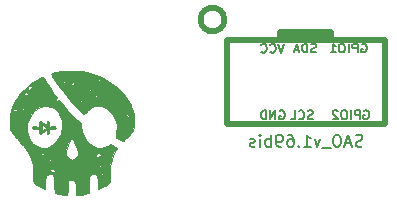
<source format=gbr>
G04 #@! TF.GenerationSoftware,KiCad,Pcbnew,(5.1.10)-1*
G04 #@! TF.CreationDate,2021-08-30T20:12:07-05:00*
G04 #@! TF.ProjectId,Bsides-KC-2021-RF-Village-SAO-SVG2Shenzen v1_00 (Paths),42736964-6573-42d4-9b43-2d323032312d,rev?*
G04 #@! TF.SameCoordinates,Original*
G04 #@! TF.FileFunction,Legend,Bot*
G04 #@! TF.FilePolarity,Positive*
%FSLAX46Y46*%
G04 Gerber Fmt 4.6, Leading zero omitted, Abs format (unit mm)*
G04 Created by KiCad (PCBNEW (5.1.10)-1) date 2021-08-30 20:12:07*
%MOMM*%
%LPD*%
G01*
G04 APERTURE LIST*
%ADD10C,0.010000*%
%ADD11C,0.500000*%
%ADD12C,0.150000*%
G04 APERTURE END LIST*
D10*
G04 #@! TO.C,G\u002A\u002A\u002A*
G36*
X134261073Y-112842509D02*
G01*
X134286923Y-112880288D01*
X134345601Y-112971596D01*
X134428870Y-113103466D01*
X134528495Y-113262929D01*
X134547564Y-113293619D01*
X134680109Y-113499880D01*
X134840154Y-113737991D01*
X135007270Y-113978074D01*
X135157009Y-114184858D01*
X135290408Y-114366544D01*
X135380648Y-114496322D01*
X135433030Y-114583602D01*
X135452851Y-114637794D01*
X135445410Y-114668309D01*
X135434151Y-114677066D01*
X135390516Y-114730662D01*
X135372723Y-114807535D01*
X135382744Y-114875657D01*
X135420231Y-114903094D01*
X135516363Y-114869207D01*
X135570833Y-114795769D01*
X135599976Y-114799800D01*
X135662648Y-114855474D01*
X135746323Y-114951294D01*
X135762308Y-114971483D01*
X135940668Y-115189447D01*
X136161488Y-115443069D01*
X136409159Y-115715703D01*
X136668073Y-115990699D01*
X136922620Y-116251409D01*
X137157193Y-116481187D01*
X137312356Y-116624752D01*
X137419139Y-116724374D01*
X137481380Y-116802993D01*
X137514420Y-116889827D01*
X137533599Y-117014093D01*
X137538044Y-117054598D01*
X137613027Y-117486584D01*
X137738822Y-117865293D01*
X137913555Y-118188282D01*
X138135354Y-118453106D01*
X138402347Y-118657321D01*
X138712659Y-118798482D01*
X138914428Y-118851030D01*
X139199268Y-118873252D01*
X139476684Y-118823420D01*
X139758300Y-118699386D01*
X139769825Y-118692846D01*
X139973304Y-118576427D01*
X140271526Y-118718051D01*
X140569747Y-118859676D01*
X140449450Y-119060223D01*
X140293660Y-119336776D01*
X140174358Y-119593046D01*
X140087278Y-119846462D01*
X140028152Y-120114454D01*
X139992713Y-120414453D01*
X139976694Y-120763887D01*
X139974623Y-120999692D01*
X139971935Y-121294427D01*
X139962925Y-121516741D01*
X139947229Y-121672139D01*
X139924481Y-121766126D01*
X139923790Y-121767805D01*
X139885405Y-121831654D01*
X139817107Y-121898199D01*
X139707129Y-121976392D01*
X139543706Y-122075183D01*
X139448676Y-122129261D01*
X139283015Y-122220443D01*
X139140098Y-122295491D01*
X139034625Y-122346936D01*
X138981294Y-122367308D01*
X138980065Y-122367379D01*
X138958715Y-122334905D01*
X138942001Y-122235032D01*
X138929513Y-122064096D01*
X138921450Y-121842648D01*
X138914453Y-121624114D01*
X138905171Y-121468608D01*
X138891326Y-121361003D01*
X138870639Y-121286174D01*
X138840834Y-121228993D01*
X138825829Y-121207648D01*
X138713296Y-121113712D01*
X138679243Y-121105550D01*
X139208105Y-121105550D01*
X139227789Y-121130763D01*
X139285951Y-121145633D01*
X139339452Y-121104457D01*
X139348276Y-121085173D01*
X139329014Y-121048302D01*
X139282333Y-121038769D01*
X139212038Y-121057674D01*
X139208105Y-121105550D01*
X138679243Y-121105550D01*
X138575709Y-121080735D01*
X138433549Y-121106154D01*
X138307297Y-121187409D01*
X138236510Y-121281321D01*
X138209851Y-121342147D01*
X138190779Y-121419039D01*
X138178087Y-121525281D01*
X138170568Y-121674153D01*
X138167016Y-121878940D01*
X138166254Y-122054769D01*
X138165385Y-122699539D01*
X137774616Y-122787659D01*
X137590461Y-122824727D01*
X137416940Y-122851877D01*
X137279468Y-122865478D01*
X137227539Y-122865813D01*
X137071231Y-122855846D01*
X137070030Y-122366128D01*
X137067818Y-122152371D01*
X137060974Y-121999974D01*
X137047347Y-121892184D01*
X137024787Y-121812244D01*
X136991144Y-121743403D01*
X136989812Y-121741112D01*
X136883322Y-121618862D01*
X136753515Y-121557448D01*
X136618322Y-121558460D01*
X136495674Y-121623486D01*
X136436725Y-121692111D01*
X136407197Y-121751996D01*
X136385870Y-121836548D01*
X136370970Y-121959655D01*
X136360720Y-122135201D01*
X136354330Y-122336259D01*
X136340813Y-122875385D01*
X136178484Y-122872278D01*
X136047307Y-122861679D01*
X135884697Y-122837794D01*
X135781692Y-122817715D01*
X135628460Y-122783117D01*
X135483795Y-122748874D01*
X135410462Y-122730513D01*
X135273692Y-122694767D01*
X135250887Y-122049487D01*
X135240262Y-121792948D01*
X135228016Y-121600966D01*
X135212484Y-121459947D01*
X135192005Y-121356294D01*
X135164914Y-121276412D01*
X135153194Y-121250796D01*
X135096769Y-121152308D01*
X135034446Y-121105138D01*
X134933983Y-121087022D01*
X134913724Y-121085442D01*
X134765041Y-121088833D01*
X134652061Y-121128509D01*
X134570586Y-121212162D01*
X134516417Y-121347483D01*
X134485355Y-121542165D01*
X134473202Y-121803900D01*
X134472616Y-121893631D01*
X134472616Y-122365450D01*
X134365154Y-122324929D01*
X134238875Y-122268894D01*
X134086905Y-122188944D01*
X133924592Y-122094777D01*
X133767280Y-121996092D01*
X133630317Y-121902587D01*
X133529048Y-121823960D01*
X133478820Y-121769908D01*
X133476311Y-121763209D01*
X133470125Y-121699506D01*
X133463285Y-121571919D01*
X133456359Y-121394708D01*
X133449914Y-121182134D01*
X133445453Y-120992816D01*
X135391287Y-120992816D01*
X135403099Y-121030517D01*
X135457275Y-121101935D01*
X135495594Y-121143662D01*
X135597365Y-121237915D01*
X135661500Y-121273136D01*
X135683999Y-121247137D01*
X135684000Y-121246698D01*
X135658023Y-121204087D01*
X135594536Y-121138441D01*
X135515205Y-121068552D01*
X135441697Y-121013212D01*
X135395676Y-120991213D01*
X135391287Y-120992816D01*
X133445453Y-120992816D01*
X133445258Y-120984555D01*
X138354663Y-120984555D01*
X138360769Y-120999692D01*
X138395884Y-121036971D01*
X138402152Y-121038769D01*
X138418937Y-121008536D01*
X138419385Y-120999692D01*
X138389344Y-120962117D01*
X138378002Y-120960616D01*
X138354663Y-120984555D01*
X133445258Y-120984555D01*
X133445154Y-120980154D01*
X133439423Y-120726855D01*
X133438167Y-120691924D01*
X134870692Y-120691924D01*
X134904012Y-120755720D01*
X134990385Y-120842790D01*
X135077691Y-120919648D01*
X135129564Y-120952140D01*
X135167565Y-120949378D01*
X135198389Y-120930709D01*
X135220653Y-120904442D01*
X135456396Y-120904442D01*
X135470308Y-120918879D01*
X135496079Y-120920296D01*
X135567647Y-120899541D01*
X135587915Y-120879862D01*
X135602661Y-120829692D01*
X135566215Y-120826255D01*
X135505301Y-120862084D01*
X135456396Y-120904442D01*
X135220653Y-120904442D01*
X135262740Y-120854788D01*
X135260967Y-120774456D01*
X135237194Y-120745692D01*
X138419385Y-120745692D01*
X138438923Y-120765231D01*
X138458462Y-120745692D01*
X138438923Y-120726154D01*
X138419385Y-120745692D01*
X135237194Y-120745692D01*
X135202809Y-120704090D01*
X135098006Y-120658064D01*
X135006846Y-120648000D01*
X134904803Y-120657993D01*
X134870692Y-120691924D01*
X133438167Y-120691924D01*
X133432490Y-120534183D01*
X133431424Y-120519080D01*
X139009369Y-120519080D01*
X139027360Y-120530351D01*
X139044616Y-120530769D01*
X139082557Y-120501033D01*
X139083692Y-120491692D01*
X139116421Y-120459943D01*
X139161846Y-120452616D01*
X139225488Y-120428568D01*
X139234663Y-120373484D01*
X139188770Y-120312955D01*
X139165472Y-120298248D01*
X139110425Y-120281830D01*
X139073588Y-120317913D01*
X139048241Y-120380858D01*
X139016159Y-120476292D01*
X139009369Y-120519080D01*
X133431424Y-120519080D01*
X133425350Y-120433077D01*
X134511692Y-120433077D01*
X134531231Y-120452616D01*
X134550769Y-120433077D01*
X134531231Y-120413539D01*
X134511692Y-120433077D01*
X133425350Y-120433077D01*
X133421927Y-120384621D01*
X133405306Y-120260653D01*
X133380202Y-120144760D01*
X133350762Y-120042308D01*
X134003692Y-120042308D01*
X134023231Y-120061846D01*
X134042769Y-120042308D01*
X139005539Y-120042308D01*
X139025077Y-120061846D01*
X139044616Y-120042308D01*
X139025077Y-120022769D01*
X139005539Y-120042308D01*
X134042769Y-120042308D01*
X134023231Y-120022769D01*
X134003692Y-120042308D01*
X133350762Y-120042308D01*
X133344186Y-120019426D01*
X133326274Y-119964154D01*
X134120923Y-119964154D01*
X134140462Y-119983692D01*
X134142768Y-119981386D01*
X135488616Y-119981386D01*
X135516982Y-120021179D01*
X135527692Y-120022769D01*
X135565753Y-120009437D01*
X135566769Y-120005537D01*
X135539387Y-119972174D01*
X135527692Y-119964154D01*
X135491684Y-119967252D01*
X135488616Y-119981386D01*
X134142768Y-119981386D01*
X134160000Y-119964154D01*
X134140462Y-119944616D01*
X134120923Y-119964154D01*
X133326274Y-119964154D01*
X133294831Y-119867134D01*
X133294609Y-119866462D01*
X133964616Y-119866462D01*
X133978913Y-119898626D01*
X133990667Y-119892513D01*
X133992814Y-119871216D01*
X134766804Y-119871216D01*
X134773098Y-119902440D01*
X134814023Y-119955698D01*
X134880843Y-119977074D01*
X134943744Y-119965929D01*
X134972913Y-119921628D01*
X134971717Y-119906685D01*
X134928826Y-119858334D01*
X134856338Y-119834853D01*
X134783040Y-119835213D01*
X134766804Y-119871216D01*
X133992814Y-119871216D01*
X133995344Y-119846138D01*
X133990667Y-119840410D01*
X133967436Y-119845774D01*
X133964616Y-119866462D01*
X133294609Y-119866462D01*
X133288132Y-119846923D01*
X133192181Y-119584744D01*
X133114066Y-119416504D01*
X134091408Y-119416504D01*
X134099178Y-119461406D01*
X134169769Y-119484775D01*
X134257517Y-119470480D01*
X134330483Y-119415824D01*
X134336026Y-119402323D01*
X135215077Y-119402323D01*
X135241286Y-119434509D01*
X135295497Y-119428529D01*
X135341084Y-119390164D01*
X135344973Y-119381820D01*
X135350868Y-119319435D01*
X135345990Y-119309893D01*
X136196575Y-119309893D01*
X136224978Y-119483557D01*
X136270369Y-119593345D01*
X136386533Y-119748735D01*
X136535441Y-119841053D01*
X136702234Y-119867213D01*
X136872050Y-119824134D01*
X136993713Y-119743430D01*
X137121966Y-119614777D01*
X137133482Y-119596651D01*
X138752893Y-119596651D01*
X138756977Y-119634533D01*
X138802063Y-119643843D01*
X138896858Y-119630437D01*
X139019060Y-119592092D01*
X139119256Y-119534362D01*
X139132038Y-119522869D01*
X139211048Y-119443858D01*
X139085777Y-119379078D01*
X138995758Y-119338994D01*
X138933699Y-119339309D01*
X138865792Y-119376358D01*
X138795960Y-119436620D01*
X138768087Y-119486362D01*
X138758074Y-119567388D01*
X138752893Y-119596651D01*
X137133482Y-119596651D01*
X137203159Y-119486990D01*
X137238584Y-119346392D01*
X137233947Y-119260769D01*
X139044616Y-119260769D01*
X139064154Y-119280308D01*
X139083692Y-119260769D01*
X139064154Y-119241231D01*
X139044616Y-119260769D01*
X137233947Y-119260769D01*
X137229534Y-119179305D01*
X137177301Y-118972054D01*
X137089665Y-118727583D01*
X137001676Y-118504037D01*
X136935037Y-118343246D01*
X136884120Y-118234615D01*
X136843298Y-118167549D01*
X136806944Y-118131452D01*
X136769432Y-118115729D01*
X136764134Y-118114621D01*
X136675619Y-118130291D01*
X136584361Y-118212891D01*
X136488636Y-118365127D01*
X136386720Y-118589702D01*
X136284452Y-118867075D01*
X136216287Y-119110243D01*
X136196575Y-119309893D01*
X135345990Y-119309893D01*
X135342980Y-119304006D01*
X135299902Y-119305321D01*
X135246128Y-119344733D01*
X135215575Y-119396171D01*
X135215077Y-119402323D01*
X134336026Y-119402323D01*
X134355385Y-119355174D01*
X134324801Y-119312973D01*
X134254555Y-119303148D01*
X134176901Y-119327487D01*
X134154349Y-119344037D01*
X134091408Y-119416504D01*
X133114066Y-119416504D01*
X133085280Y-119354509D01*
X132955533Y-119136603D01*
X132947083Y-119125034D01*
X134986087Y-119125034D01*
X134988615Y-119138638D01*
X135014708Y-119172846D01*
X135074254Y-119227710D01*
X135109144Y-119241231D01*
X135136682Y-119233550D01*
X135133667Y-119230173D01*
X135092954Y-119200990D01*
X135039231Y-119161789D01*
X134986087Y-119125034D01*
X132947083Y-119125034D01*
X132860700Y-119006769D01*
X133144000Y-119006769D01*
X133158298Y-119038934D01*
X133170051Y-119032821D01*
X133174728Y-118986445D01*
X133170051Y-118980718D01*
X133146820Y-118986082D01*
X133144000Y-119006769D01*
X132860700Y-119006769D01*
X132791047Y-118911409D01*
X132760104Y-118874460D01*
X135532415Y-118874460D01*
X135542072Y-118928412D01*
X135552681Y-118940579D01*
X135601393Y-118948482D01*
X135640889Y-118908875D01*
X135644923Y-118887232D01*
X135613238Y-118854599D01*
X135586308Y-118850462D01*
X135532415Y-118874460D01*
X132760104Y-118874460D01*
X132579926Y-118659310D01*
X132541763Y-118616000D01*
X132675077Y-118616000D01*
X132706728Y-118650668D01*
X132733692Y-118655077D01*
X132785695Y-118633977D01*
X132792308Y-118616000D01*
X132760657Y-118581332D01*
X132733692Y-118576923D01*
X132681690Y-118598024D01*
X132675077Y-118616000D01*
X132541763Y-118616000D01*
X132275146Y-118314740D01*
X132055603Y-118063937D01*
X132027738Y-118031109D01*
X132369982Y-118031109D01*
X132412825Y-118054340D01*
X132473645Y-118050450D01*
X132564609Y-118047943D01*
X132617810Y-118071110D01*
X132617984Y-118071387D01*
X132648762Y-118105409D01*
X132654081Y-118068795D01*
X132633984Y-117964787D01*
X132625639Y-117932154D01*
X132714154Y-117932154D01*
X132733692Y-117951692D01*
X132753231Y-117932154D01*
X132733692Y-117912616D01*
X132714154Y-117932154D01*
X132625639Y-117932154D01*
X132615644Y-117893077D01*
X132590743Y-117812617D01*
X132675077Y-117812617D01*
X132695479Y-117866083D01*
X132714154Y-117873539D01*
X132752112Y-117845492D01*
X132753231Y-117836768D01*
X132724826Y-117783845D01*
X132714154Y-117775846D01*
X132680700Y-117784705D01*
X132675077Y-117812617D01*
X132590743Y-117812617D01*
X132584920Y-117793804D01*
X132566010Y-117766502D01*
X132560484Y-117795888D01*
X132523947Y-117894319D01*
X132472451Y-117932657D01*
X132389807Y-117985543D01*
X132369982Y-118031109D01*
X132027738Y-118031109D01*
X131878574Y-117855383D01*
X131778863Y-117730257D01*
X132258257Y-117730257D01*
X132263621Y-117753488D01*
X132284308Y-117756308D01*
X132316473Y-117742010D01*
X132310359Y-117730257D01*
X132263984Y-117725580D01*
X132258257Y-117730257D01*
X131778863Y-117730257D01*
X131739502Y-117680865D01*
X131695919Y-117619539D01*
X132518769Y-117619539D01*
X132538308Y-117639077D01*
X132557846Y-117619539D01*
X132538308Y-117600000D01*
X132518769Y-117619539D01*
X131695919Y-117619539D01*
X131633828Y-117532173D01*
X131556991Y-117401096D01*
X131504434Y-117279423D01*
X131471598Y-117158943D01*
X131470696Y-117152436D01*
X132911726Y-117152436D01*
X132943160Y-117545781D01*
X132968565Y-117669615D01*
X133053733Y-117947646D01*
X133173918Y-118181096D01*
X133345966Y-118401397D01*
X133381105Y-118439294D01*
X133631596Y-118655960D01*
X133901267Y-118796881D01*
X134189464Y-118861908D01*
X134495531Y-118850893D01*
X134812872Y-118765920D01*
X135041663Y-118644289D01*
X135240985Y-118479231D01*
X135801231Y-118479231D01*
X135820769Y-118498769D01*
X135840308Y-118479231D01*
X135820769Y-118459692D01*
X135801231Y-118479231D01*
X135240985Y-118479231D01*
X135264957Y-118459380D01*
X135470692Y-118225796D01*
X135646808Y-117958136D01*
X135781247Y-117671002D01*
X135824340Y-117541385D01*
X135884148Y-117220638D01*
X135890474Y-116878518D01*
X135846084Y-116537087D01*
X135753750Y-116218402D01*
X135625735Y-115959325D01*
X135421536Y-115701171D01*
X135181492Y-115507754D01*
X134914779Y-115379924D01*
X134630572Y-115318532D01*
X134338045Y-115324431D01*
X134046373Y-115398471D01*
X133764731Y-115541503D01*
X133502294Y-115754378D01*
X133495007Y-115761657D01*
X133247911Y-116063565D01*
X133066640Y-116402129D01*
X132953732Y-116768152D01*
X132911726Y-117152436D01*
X131470696Y-117152436D01*
X131453923Y-117031445D01*
X131449054Y-116933148D01*
X131785889Y-116933148D01*
X131791234Y-116935692D01*
X131826895Y-116908183D01*
X131833652Y-116898447D01*
X132536544Y-116898447D01*
X132540707Y-116984594D01*
X132556716Y-117060601D01*
X132579551Y-117092000D01*
X132586457Y-117057341D01*
X132587612Y-116970765D01*
X132586555Y-116935839D01*
X132576555Y-116841743D01*
X132557246Y-116824595D01*
X132548433Y-116836669D01*
X132536544Y-116898447D01*
X131833652Y-116898447D01*
X131834923Y-116896616D01*
X131844881Y-116860083D01*
X131839536Y-116857539D01*
X131803875Y-116885048D01*
X131795846Y-116896616D01*
X131785889Y-116933148D01*
X131449054Y-116933148D01*
X131446852Y-116888718D01*
X131445825Y-116722551D01*
X131446103Y-116642616D01*
X131447906Y-116420061D01*
X131451040Y-116330000D01*
X132010769Y-116330000D01*
X132030308Y-116349539D01*
X132049846Y-116330000D01*
X132030308Y-116310462D01*
X132088923Y-116310462D01*
X132120574Y-116345130D01*
X132147539Y-116349539D01*
X132199541Y-116328438D01*
X132206154Y-116310462D01*
X132183072Y-116285178D01*
X132817671Y-116285178D01*
X132835382Y-116341158D01*
X132842993Y-116353724D01*
X132881104Y-116406212D01*
X132906200Y-116390489D01*
X132925446Y-116349874D01*
X132945661Y-116279266D01*
X132940809Y-116250552D01*
X132892200Y-116245152D01*
X132858355Y-116254402D01*
X132817671Y-116285178D01*
X132183072Y-116285178D01*
X132174503Y-116275793D01*
X132147539Y-116271385D01*
X132095536Y-116292485D01*
X132088923Y-116310462D01*
X132030308Y-116310462D01*
X132010769Y-116330000D01*
X131451040Y-116330000D01*
X131453708Y-116253336D01*
X131455782Y-116232308D01*
X132557846Y-116232308D01*
X132585893Y-116270266D01*
X132594617Y-116271385D01*
X132647540Y-116242980D01*
X132655539Y-116232308D01*
X132646680Y-116198854D01*
X132618768Y-116193231D01*
X132565302Y-116213633D01*
X132557846Y-116232308D01*
X131455782Y-116232308D01*
X131466851Y-116120123D01*
X131490680Y-115998099D01*
X131528538Y-115864945D01*
X131583769Y-115698340D01*
X131590530Y-115678530D01*
X131593018Y-115671623D01*
X131776308Y-115671623D01*
X131797358Y-115714419D01*
X131871023Y-115715221D01*
X131880893Y-115713426D01*
X131986097Y-115717943D01*
X132039992Y-115747948D01*
X132118714Y-115799079D01*
X132178267Y-115774968D01*
X132187673Y-115761673D01*
X132188157Y-115701070D01*
X132143434Y-115645844D01*
X132081722Y-115628160D01*
X132072788Y-115630717D01*
X132010095Y-115620225D01*
X131973850Y-115590138D01*
X131973242Y-115589845D01*
X132518769Y-115589845D01*
X132526187Y-115637398D01*
X132564997Y-115639426D01*
X132614263Y-115622052D01*
X132654862Y-115588953D01*
X132632570Y-115544328D01*
X132572428Y-115509842D01*
X132527679Y-115542725D01*
X132518769Y-115589845D01*
X131973242Y-115589845D01*
X131906260Y-115557595D01*
X131831246Y-115578474D01*
X131781662Y-115639224D01*
X131776308Y-115671623D01*
X131593018Y-115671623D01*
X131662918Y-115477583D01*
X131742460Y-115274166D01*
X131811260Y-115112103D01*
X132961641Y-115112103D01*
X132967005Y-115135334D01*
X132987692Y-115138154D01*
X133019857Y-115123856D01*
X133013744Y-115112103D01*
X132967369Y-115107426D01*
X132961641Y-115112103D01*
X131811260Y-115112103D01*
X131817408Y-115097621D01*
X131856565Y-115014222D01*
X131921146Y-114903692D01*
X135136923Y-114903692D01*
X135151221Y-114935857D01*
X135162974Y-114929744D01*
X135167651Y-114883369D01*
X135162974Y-114877641D01*
X135139743Y-114883005D01*
X135136923Y-114903692D01*
X131921146Y-114903692D01*
X132027606Y-114721489D01*
X132167440Y-114528494D01*
X132636000Y-114528494D01*
X132670680Y-114532118D01*
X132757134Y-114534107D01*
X132789722Y-114534238D01*
X132886033Y-114528422D01*
X132915081Y-114508149D01*
X132904096Y-114486826D01*
X132840963Y-114455482D01*
X132812942Y-114459295D01*
X132750829Y-114452912D01*
X132735168Y-114437157D01*
X132733174Y-114391509D01*
X132782566Y-114371482D01*
X132859906Y-114380133D01*
X132929379Y-114411835D01*
X132996948Y-114445503D01*
X133026702Y-114439337D01*
X133026769Y-114437976D01*
X132998532Y-114383635D01*
X132991361Y-114378421D01*
X132971144Y-114327880D01*
X132976380Y-114278423D01*
X132976812Y-114220267D01*
X132923061Y-114201023D01*
X132896499Y-114200308D01*
X132803276Y-114175437D01*
X132752222Y-114131923D01*
X132720173Y-114085323D01*
X132721301Y-114104925D01*
X132729251Y-114131235D01*
X132729844Y-114208640D01*
X132706002Y-114320748D01*
X132693125Y-114360840D01*
X132658595Y-114459883D01*
X132638278Y-114520436D01*
X132636000Y-114528494D01*
X132167440Y-114528494D01*
X132253628Y-114409540D01*
X132520102Y-114094886D01*
X132653514Y-113957617D01*
X133000609Y-113957617D01*
X133042153Y-113960003D01*
X133099337Y-113937971D01*
X134869684Y-113937971D01*
X134879192Y-113959809D01*
X134918538Y-114001759D01*
X134941158Y-113993154D01*
X134941539Y-113987691D01*
X134913783Y-113954639D01*
X134896424Y-113942576D01*
X134869684Y-113937971D01*
X133099337Y-113937971D01*
X133139506Y-113922495D01*
X133177073Y-113904369D01*
X133259828Y-113845499D01*
X133299670Y-113782596D01*
X133300308Y-113775415D01*
X133306994Y-113750923D01*
X134746154Y-113750923D01*
X134765692Y-113770462D01*
X134785231Y-113750923D01*
X134765692Y-113731385D01*
X134746154Y-113750923D01*
X133306994Y-113750923D01*
X133322821Y-113692958D01*
X133341827Y-113666419D01*
X133347228Y-113632162D01*
X133281325Y-113605015D01*
X133254070Y-113599045D01*
X133134740Y-113602675D01*
X133057721Y-113659508D01*
X133037066Y-113756978D01*
X133042801Y-113787967D01*
X133040033Y-113875243D01*
X133020349Y-113914967D01*
X133000609Y-113957617D01*
X132653514Y-113957617D01*
X132812498Y-113794038D01*
X133116287Y-113523506D01*
X133282195Y-113394184D01*
X133302988Y-113379692D01*
X133612923Y-113379692D01*
X133626256Y-113417753D01*
X133630155Y-113418769D01*
X133663518Y-113391387D01*
X133671539Y-113379692D01*
X133668440Y-113343684D01*
X133654306Y-113340616D01*
X133614513Y-113368982D01*
X133612923Y-113379692D01*
X133302988Y-113379692D01*
X133421174Y-113297321D01*
X133582580Y-113193570D01*
X133752775Y-113090618D01*
X133918119Y-112996151D01*
X134064975Y-112917857D01*
X134179702Y-112863420D01*
X134248663Y-112840529D01*
X134261073Y-112842509D01*
G37*
X134261073Y-112842509D02*
X134286923Y-112880288D01*
X134345601Y-112971596D01*
X134428870Y-113103466D01*
X134528495Y-113262929D01*
X134547564Y-113293619D01*
X134680109Y-113499880D01*
X134840154Y-113737991D01*
X135007270Y-113978074D01*
X135157009Y-114184858D01*
X135290408Y-114366544D01*
X135380648Y-114496322D01*
X135433030Y-114583602D01*
X135452851Y-114637794D01*
X135445410Y-114668309D01*
X135434151Y-114677066D01*
X135390516Y-114730662D01*
X135372723Y-114807535D01*
X135382744Y-114875657D01*
X135420231Y-114903094D01*
X135516363Y-114869207D01*
X135570833Y-114795769D01*
X135599976Y-114799800D01*
X135662648Y-114855474D01*
X135746323Y-114951294D01*
X135762308Y-114971483D01*
X135940668Y-115189447D01*
X136161488Y-115443069D01*
X136409159Y-115715703D01*
X136668073Y-115990699D01*
X136922620Y-116251409D01*
X137157193Y-116481187D01*
X137312356Y-116624752D01*
X137419139Y-116724374D01*
X137481380Y-116802993D01*
X137514420Y-116889827D01*
X137533599Y-117014093D01*
X137538044Y-117054598D01*
X137613027Y-117486584D01*
X137738822Y-117865293D01*
X137913555Y-118188282D01*
X138135354Y-118453106D01*
X138402347Y-118657321D01*
X138712659Y-118798482D01*
X138914428Y-118851030D01*
X139199268Y-118873252D01*
X139476684Y-118823420D01*
X139758300Y-118699386D01*
X139769825Y-118692846D01*
X139973304Y-118576427D01*
X140271526Y-118718051D01*
X140569747Y-118859676D01*
X140449450Y-119060223D01*
X140293660Y-119336776D01*
X140174358Y-119593046D01*
X140087278Y-119846462D01*
X140028152Y-120114454D01*
X139992713Y-120414453D01*
X139976694Y-120763887D01*
X139974623Y-120999692D01*
X139971935Y-121294427D01*
X139962925Y-121516741D01*
X139947229Y-121672139D01*
X139924481Y-121766126D01*
X139923790Y-121767805D01*
X139885405Y-121831654D01*
X139817107Y-121898199D01*
X139707129Y-121976392D01*
X139543706Y-122075183D01*
X139448676Y-122129261D01*
X139283015Y-122220443D01*
X139140098Y-122295491D01*
X139034625Y-122346936D01*
X138981294Y-122367308D01*
X138980065Y-122367379D01*
X138958715Y-122334905D01*
X138942001Y-122235032D01*
X138929513Y-122064096D01*
X138921450Y-121842648D01*
X138914453Y-121624114D01*
X138905171Y-121468608D01*
X138891326Y-121361003D01*
X138870639Y-121286174D01*
X138840834Y-121228993D01*
X138825829Y-121207648D01*
X138713296Y-121113712D01*
X138679243Y-121105550D01*
X139208105Y-121105550D01*
X139227789Y-121130763D01*
X139285951Y-121145633D01*
X139339452Y-121104457D01*
X139348276Y-121085173D01*
X139329014Y-121048302D01*
X139282333Y-121038769D01*
X139212038Y-121057674D01*
X139208105Y-121105550D01*
X138679243Y-121105550D01*
X138575709Y-121080735D01*
X138433549Y-121106154D01*
X138307297Y-121187409D01*
X138236510Y-121281321D01*
X138209851Y-121342147D01*
X138190779Y-121419039D01*
X138178087Y-121525281D01*
X138170568Y-121674153D01*
X138167016Y-121878940D01*
X138166254Y-122054769D01*
X138165385Y-122699539D01*
X137774616Y-122787659D01*
X137590461Y-122824727D01*
X137416940Y-122851877D01*
X137279468Y-122865478D01*
X137227539Y-122865813D01*
X137071231Y-122855846D01*
X137070030Y-122366128D01*
X137067818Y-122152371D01*
X137060974Y-121999974D01*
X137047347Y-121892184D01*
X137024787Y-121812244D01*
X136991144Y-121743403D01*
X136989812Y-121741112D01*
X136883322Y-121618862D01*
X136753515Y-121557448D01*
X136618322Y-121558460D01*
X136495674Y-121623486D01*
X136436725Y-121692111D01*
X136407197Y-121751996D01*
X136385870Y-121836548D01*
X136370970Y-121959655D01*
X136360720Y-122135201D01*
X136354330Y-122336259D01*
X136340813Y-122875385D01*
X136178484Y-122872278D01*
X136047307Y-122861679D01*
X135884697Y-122837794D01*
X135781692Y-122817715D01*
X135628460Y-122783117D01*
X135483795Y-122748874D01*
X135410462Y-122730513D01*
X135273692Y-122694767D01*
X135250887Y-122049487D01*
X135240262Y-121792948D01*
X135228016Y-121600966D01*
X135212484Y-121459947D01*
X135192005Y-121356294D01*
X135164914Y-121276412D01*
X135153194Y-121250796D01*
X135096769Y-121152308D01*
X135034446Y-121105138D01*
X134933983Y-121087022D01*
X134913724Y-121085442D01*
X134765041Y-121088833D01*
X134652061Y-121128509D01*
X134570586Y-121212162D01*
X134516417Y-121347483D01*
X134485355Y-121542165D01*
X134473202Y-121803900D01*
X134472616Y-121893631D01*
X134472616Y-122365450D01*
X134365154Y-122324929D01*
X134238875Y-122268894D01*
X134086905Y-122188944D01*
X133924592Y-122094777D01*
X133767280Y-121996092D01*
X133630317Y-121902587D01*
X133529048Y-121823960D01*
X133478820Y-121769908D01*
X133476311Y-121763209D01*
X133470125Y-121699506D01*
X133463285Y-121571919D01*
X133456359Y-121394708D01*
X133449914Y-121182134D01*
X133445453Y-120992816D01*
X135391287Y-120992816D01*
X135403099Y-121030517D01*
X135457275Y-121101935D01*
X135495594Y-121143662D01*
X135597365Y-121237915D01*
X135661500Y-121273136D01*
X135683999Y-121247137D01*
X135684000Y-121246698D01*
X135658023Y-121204087D01*
X135594536Y-121138441D01*
X135515205Y-121068552D01*
X135441697Y-121013212D01*
X135395676Y-120991213D01*
X135391287Y-120992816D01*
X133445453Y-120992816D01*
X133445258Y-120984555D01*
X138354663Y-120984555D01*
X138360769Y-120999692D01*
X138395884Y-121036971D01*
X138402152Y-121038769D01*
X138418937Y-121008536D01*
X138419385Y-120999692D01*
X138389344Y-120962117D01*
X138378002Y-120960616D01*
X138354663Y-120984555D01*
X133445258Y-120984555D01*
X133445154Y-120980154D01*
X133439423Y-120726855D01*
X133438167Y-120691924D01*
X134870692Y-120691924D01*
X134904012Y-120755720D01*
X134990385Y-120842790D01*
X135077691Y-120919648D01*
X135129564Y-120952140D01*
X135167565Y-120949378D01*
X135198389Y-120930709D01*
X135220653Y-120904442D01*
X135456396Y-120904442D01*
X135470308Y-120918879D01*
X135496079Y-120920296D01*
X135567647Y-120899541D01*
X135587915Y-120879862D01*
X135602661Y-120829692D01*
X135566215Y-120826255D01*
X135505301Y-120862084D01*
X135456396Y-120904442D01*
X135220653Y-120904442D01*
X135262740Y-120854788D01*
X135260967Y-120774456D01*
X135237194Y-120745692D01*
X138419385Y-120745692D01*
X138438923Y-120765231D01*
X138458462Y-120745692D01*
X138438923Y-120726154D01*
X138419385Y-120745692D01*
X135237194Y-120745692D01*
X135202809Y-120704090D01*
X135098006Y-120658064D01*
X135006846Y-120648000D01*
X134904803Y-120657993D01*
X134870692Y-120691924D01*
X133438167Y-120691924D01*
X133432490Y-120534183D01*
X133431424Y-120519080D01*
X139009369Y-120519080D01*
X139027360Y-120530351D01*
X139044616Y-120530769D01*
X139082557Y-120501033D01*
X139083692Y-120491692D01*
X139116421Y-120459943D01*
X139161846Y-120452616D01*
X139225488Y-120428568D01*
X139234663Y-120373484D01*
X139188770Y-120312955D01*
X139165472Y-120298248D01*
X139110425Y-120281830D01*
X139073588Y-120317913D01*
X139048241Y-120380858D01*
X139016159Y-120476292D01*
X139009369Y-120519080D01*
X133431424Y-120519080D01*
X133425350Y-120433077D01*
X134511692Y-120433077D01*
X134531231Y-120452616D01*
X134550769Y-120433077D01*
X134531231Y-120413539D01*
X134511692Y-120433077D01*
X133425350Y-120433077D01*
X133421927Y-120384621D01*
X133405306Y-120260653D01*
X133380202Y-120144760D01*
X133350762Y-120042308D01*
X134003692Y-120042308D01*
X134023231Y-120061846D01*
X134042769Y-120042308D01*
X139005539Y-120042308D01*
X139025077Y-120061846D01*
X139044616Y-120042308D01*
X139025077Y-120022769D01*
X139005539Y-120042308D01*
X134042769Y-120042308D01*
X134023231Y-120022769D01*
X134003692Y-120042308D01*
X133350762Y-120042308D01*
X133344186Y-120019426D01*
X133326274Y-119964154D01*
X134120923Y-119964154D01*
X134140462Y-119983692D01*
X134142768Y-119981386D01*
X135488616Y-119981386D01*
X135516982Y-120021179D01*
X135527692Y-120022769D01*
X135565753Y-120009437D01*
X135566769Y-120005537D01*
X135539387Y-119972174D01*
X135527692Y-119964154D01*
X135491684Y-119967252D01*
X135488616Y-119981386D01*
X134142768Y-119981386D01*
X134160000Y-119964154D01*
X134140462Y-119944616D01*
X134120923Y-119964154D01*
X133326274Y-119964154D01*
X133294831Y-119867134D01*
X133294609Y-119866462D01*
X133964616Y-119866462D01*
X133978913Y-119898626D01*
X133990667Y-119892513D01*
X133992814Y-119871216D01*
X134766804Y-119871216D01*
X134773098Y-119902440D01*
X134814023Y-119955698D01*
X134880843Y-119977074D01*
X134943744Y-119965929D01*
X134972913Y-119921628D01*
X134971717Y-119906685D01*
X134928826Y-119858334D01*
X134856338Y-119834853D01*
X134783040Y-119835213D01*
X134766804Y-119871216D01*
X133992814Y-119871216D01*
X133995344Y-119846138D01*
X133990667Y-119840410D01*
X133967436Y-119845774D01*
X133964616Y-119866462D01*
X133294609Y-119866462D01*
X133288132Y-119846923D01*
X133192181Y-119584744D01*
X133114066Y-119416504D01*
X134091408Y-119416504D01*
X134099178Y-119461406D01*
X134169769Y-119484775D01*
X134257517Y-119470480D01*
X134330483Y-119415824D01*
X134336026Y-119402323D01*
X135215077Y-119402323D01*
X135241286Y-119434509D01*
X135295497Y-119428529D01*
X135341084Y-119390164D01*
X135344973Y-119381820D01*
X135350868Y-119319435D01*
X135345990Y-119309893D01*
X136196575Y-119309893D01*
X136224978Y-119483557D01*
X136270369Y-119593345D01*
X136386533Y-119748735D01*
X136535441Y-119841053D01*
X136702234Y-119867213D01*
X136872050Y-119824134D01*
X136993713Y-119743430D01*
X137121966Y-119614777D01*
X137133482Y-119596651D01*
X138752893Y-119596651D01*
X138756977Y-119634533D01*
X138802063Y-119643843D01*
X138896858Y-119630437D01*
X139019060Y-119592092D01*
X139119256Y-119534362D01*
X139132038Y-119522869D01*
X139211048Y-119443858D01*
X139085777Y-119379078D01*
X138995758Y-119338994D01*
X138933699Y-119339309D01*
X138865792Y-119376358D01*
X138795960Y-119436620D01*
X138768087Y-119486362D01*
X138758074Y-119567388D01*
X138752893Y-119596651D01*
X137133482Y-119596651D01*
X137203159Y-119486990D01*
X137238584Y-119346392D01*
X137233947Y-119260769D01*
X139044616Y-119260769D01*
X139064154Y-119280308D01*
X139083692Y-119260769D01*
X139064154Y-119241231D01*
X139044616Y-119260769D01*
X137233947Y-119260769D01*
X137229534Y-119179305D01*
X137177301Y-118972054D01*
X137089665Y-118727583D01*
X137001676Y-118504037D01*
X136935037Y-118343246D01*
X136884120Y-118234615D01*
X136843298Y-118167549D01*
X136806944Y-118131452D01*
X136769432Y-118115729D01*
X136764134Y-118114621D01*
X136675619Y-118130291D01*
X136584361Y-118212891D01*
X136488636Y-118365127D01*
X136386720Y-118589702D01*
X136284452Y-118867075D01*
X136216287Y-119110243D01*
X136196575Y-119309893D01*
X135345990Y-119309893D01*
X135342980Y-119304006D01*
X135299902Y-119305321D01*
X135246128Y-119344733D01*
X135215575Y-119396171D01*
X135215077Y-119402323D01*
X134336026Y-119402323D01*
X134355385Y-119355174D01*
X134324801Y-119312973D01*
X134254555Y-119303148D01*
X134176901Y-119327487D01*
X134154349Y-119344037D01*
X134091408Y-119416504D01*
X133114066Y-119416504D01*
X133085280Y-119354509D01*
X132955533Y-119136603D01*
X132947083Y-119125034D01*
X134986087Y-119125034D01*
X134988615Y-119138638D01*
X135014708Y-119172846D01*
X135074254Y-119227710D01*
X135109144Y-119241231D01*
X135136682Y-119233550D01*
X135133667Y-119230173D01*
X135092954Y-119200990D01*
X135039231Y-119161789D01*
X134986087Y-119125034D01*
X132947083Y-119125034D01*
X132860700Y-119006769D01*
X133144000Y-119006769D01*
X133158298Y-119038934D01*
X133170051Y-119032821D01*
X133174728Y-118986445D01*
X133170051Y-118980718D01*
X133146820Y-118986082D01*
X133144000Y-119006769D01*
X132860700Y-119006769D01*
X132791047Y-118911409D01*
X132760104Y-118874460D01*
X135532415Y-118874460D01*
X135542072Y-118928412D01*
X135552681Y-118940579D01*
X135601393Y-118948482D01*
X135640889Y-118908875D01*
X135644923Y-118887232D01*
X135613238Y-118854599D01*
X135586308Y-118850462D01*
X135532415Y-118874460D01*
X132760104Y-118874460D01*
X132579926Y-118659310D01*
X132541763Y-118616000D01*
X132675077Y-118616000D01*
X132706728Y-118650668D01*
X132733692Y-118655077D01*
X132785695Y-118633977D01*
X132792308Y-118616000D01*
X132760657Y-118581332D01*
X132733692Y-118576923D01*
X132681690Y-118598024D01*
X132675077Y-118616000D01*
X132541763Y-118616000D01*
X132275146Y-118314740D01*
X132055603Y-118063937D01*
X132027738Y-118031109D01*
X132369982Y-118031109D01*
X132412825Y-118054340D01*
X132473645Y-118050450D01*
X132564609Y-118047943D01*
X132617810Y-118071110D01*
X132617984Y-118071387D01*
X132648762Y-118105409D01*
X132654081Y-118068795D01*
X132633984Y-117964787D01*
X132625639Y-117932154D01*
X132714154Y-117932154D01*
X132733692Y-117951692D01*
X132753231Y-117932154D01*
X132733692Y-117912616D01*
X132714154Y-117932154D01*
X132625639Y-117932154D01*
X132615644Y-117893077D01*
X132590743Y-117812617D01*
X132675077Y-117812617D01*
X132695479Y-117866083D01*
X132714154Y-117873539D01*
X132752112Y-117845492D01*
X132753231Y-117836768D01*
X132724826Y-117783845D01*
X132714154Y-117775846D01*
X132680700Y-117784705D01*
X132675077Y-117812617D01*
X132590743Y-117812617D01*
X132584920Y-117793804D01*
X132566010Y-117766502D01*
X132560484Y-117795888D01*
X132523947Y-117894319D01*
X132472451Y-117932657D01*
X132389807Y-117985543D01*
X132369982Y-118031109D01*
X132027738Y-118031109D01*
X131878574Y-117855383D01*
X131778863Y-117730257D01*
X132258257Y-117730257D01*
X132263621Y-117753488D01*
X132284308Y-117756308D01*
X132316473Y-117742010D01*
X132310359Y-117730257D01*
X132263984Y-117725580D01*
X132258257Y-117730257D01*
X131778863Y-117730257D01*
X131739502Y-117680865D01*
X131695919Y-117619539D01*
X132518769Y-117619539D01*
X132538308Y-117639077D01*
X132557846Y-117619539D01*
X132538308Y-117600000D01*
X132518769Y-117619539D01*
X131695919Y-117619539D01*
X131633828Y-117532173D01*
X131556991Y-117401096D01*
X131504434Y-117279423D01*
X131471598Y-117158943D01*
X131470696Y-117152436D01*
X132911726Y-117152436D01*
X132943160Y-117545781D01*
X132968565Y-117669615D01*
X133053733Y-117947646D01*
X133173918Y-118181096D01*
X133345966Y-118401397D01*
X133381105Y-118439294D01*
X133631596Y-118655960D01*
X133901267Y-118796881D01*
X134189464Y-118861908D01*
X134495531Y-118850893D01*
X134812872Y-118765920D01*
X135041663Y-118644289D01*
X135240985Y-118479231D01*
X135801231Y-118479231D01*
X135820769Y-118498769D01*
X135840308Y-118479231D01*
X135820769Y-118459692D01*
X135801231Y-118479231D01*
X135240985Y-118479231D01*
X135264957Y-118459380D01*
X135470692Y-118225796D01*
X135646808Y-117958136D01*
X135781247Y-117671002D01*
X135824340Y-117541385D01*
X135884148Y-117220638D01*
X135890474Y-116878518D01*
X135846084Y-116537087D01*
X135753750Y-116218402D01*
X135625735Y-115959325D01*
X135421536Y-115701171D01*
X135181492Y-115507754D01*
X134914779Y-115379924D01*
X134630572Y-115318532D01*
X134338045Y-115324431D01*
X134046373Y-115398471D01*
X133764731Y-115541503D01*
X133502294Y-115754378D01*
X133495007Y-115761657D01*
X133247911Y-116063565D01*
X133066640Y-116402129D01*
X132953732Y-116768152D01*
X132911726Y-117152436D01*
X131470696Y-117152436D01*
X131453923Y-117031445D01*
X131449054Y-116933148D01*
X131785889Y-116933148D01*
X131791234Y-116935692D01*
X131826895Y-116908183D01*
X131833652Y-116898447D01*
X132536544Y-116898447D01*
X132540707Y-116984594D01*
X132556716Y-117060601D01*
X132579551Y-117092000D01*
X132586457Y-117057341D01*
X132587612Y-116970765D01*
X132586555Y-116935839D01*
X132576555Y-116841743D01*
X132557246Y-116824595D01*
X132548433Y-116836669D01*
X132536544Y-116898447D01*
X131833652Y-116898447D01*
X131834923Y-116896616D01*
X131844881Y-116860083D01*
X131839536Y-116857539D01*
X131803875Y-116885048D01*
X131795846Y-116896616D01*
X131785889Y-116933148D01*
X131449054Y-116933148D01*
X131446852Y-116888718D01*
X131445825Y-116722551D01*
X131446103Y-116642616D01*
X131447906Y-116420061D01*
X131451040Y-116330000D01*
X132010769Y-116330000D01*
X132030308Y-116349539D01*
X132049846Y-116330000D01*
X132030308Y-116310462D01*
X132088923Y-116310462D01*
X132120574Y-116345130D01*
X132147539Y-116349539D01*
X132199541Y-116328438D01*
X132206154Y-116310462D01*
X132183072Y-116285178D01*
X132817671Y-116285178D01*
X132835382Y-116341158D01*
X132842993Y-116353724D01*
X132881104Y-116406212D01*
X132906200Y-116390489D01*
X132925446Y-116349874D01*
X132945661Y-116279266D01*
X132940809Y-116250552D01*
X132892200Y-116245152D01*
X132858355Y-116254402D01*
X132817671Y-116285178D01*
X132183072Y-116285178D01*
X132174503Y-116275793D01*
X132147539Y-116271385D01*
X132095536Y-116292485D01*
X132088923Y-116310462D01*
X132030308Y-116310462D01*
X132010769Y-116330000D01*
X131451040Y-116330000D01*
X131453708Y-116253336D01*
X131455782Y-116232308D01*
X132557846Y-116232308D01*
X132585893Y-116270266D01*
X132594617Y-116271385D01*
X132647540Y-116242980D01*
X132655539Y-116232308D01*
X132646680Y-116198854D01*
X132618768Y-116193231D01*
X132565302Y-116213633D01*
X132557846Y-116232308D01*
X131455782Y-116232308D01*
X131466851Y-116120123D01*
X131490680Y-115998099D01*
X131528538Y-115864945D01*
X131583769Y-115698340D01*
X131590530Y-115678530D01*
X131593018Y-115671623D01*
X131776308Y-115671623D01*
X131797358Y-115714419D01*
X131871023Y-115715221D01*
X131880893Y-115713426D01*
X131986097Y-115717943D01*
X132039992Y-115747948D01*
X132118714Y-115799079D01*
X132178267Y-115774968D01*
X132187673Y-115761673D01*
X132188157Y-115701070D01*
X132143434Y-115645844D01*
X132081722Y-115628160D01*
X132072788Y-115630717D01*
X132010095Y-115620225D01*
X131973850Y-115590138D01*
X131973242Y-115589845D01*
X132518769Y-115589845D01*
X132526187Y-115637398D01*
X132564997Y-115639426D01*
X132614263Y-115622052D01*
X132654862Y-115588953D01*
X132632570Y-115544328D01*
X132572428Y-115509842D01*
X132527679Y-115542725D01*
X132518769Y-115589845D01*
X131973242Y-115589845D01*
X131906260Y-115557595D01*
X131831246Y-115578474D01*
X131781662Y-115639224D01*
X131776308Y-115671623D01*
X131593018Y-115671623D01*
X131662918Y-115477583D01*
X131742460Y-115274166D01*
X131811260Y-115112103D01*
X132961641Y-115112103D01*
X132967005Y-115135334D01*
X132987692Y-115138154D01*
X133019857Y-115123856D01*
X133013744Y-115112103D01*
X132967369Y-115107426D01*
X132961641Y-115112103D01*
X131811260Y-115112103D01*
X131817408Y-115097621D01*
X131856565Y-115014222D01*
X131921146Y-114903692D01*
X135136923Y-114903692D01*
X135151221Y-114935857D01*
X135162974Y-114929744D01*
X135167651Y-114883369D01*
X135162974Y-114877641D01*
X135139743Y-114883005D01*
X135136923Y-114903692D01*
X131921146Y-114903692D01*
X132027606Y-114721489D01*
X132167440Y-114528494D01*
X132636000Y-114528494D01*
X132670680Y-114532118D01*
X132757134Y-114534107D01*
X132789722Y-114534238D01*
X132886033Y-114528422D01*
X132915081Y-114508149D01*
X132904096Y-114486826D01*
X132840963Y-114455482D01*
X132812942Y-114459295D01*
X132750829Y-114452912D01*
X132735168Y-114437157D01*
X132733174Y-114391509D01*
X132782566Y-114371482D01*
X132859906Y-114380133D01*
X132929379Y-114411835D01*
X132996948Y-114445503D01*
X133026702Y-114439337D01*
X133026769Y-114437976D01*
X132998532Y-114383635D01*
X132991361Y-114378421D01*
X132971144Y-114327880D01*
X132976380Y-114278423D01*
X132976812Y-114220267D01*
X132923061Y-114201023D01*
X132896499Y-114200308D01*
X132803276Y-114175437D01*
X132752222Y-114131923D01*
X132720173Y-114085323D01*
X132721301Y-114104925D01*
X132729251Y-114131235D01*
X132729844Y-114208640D01*
X132706002Y-114320748D01*
X132693125Y-114360840D01*
X132658595Y-114459883D01*
X132638278Y-114520436D01*
X132636000Y-114528494D01*
X132167440Y-114528494D01*
X132253628Y-114409540D01*
X132520102Y-114094886D01*
X132653514Y-113957617D01*
X133000609Y-113957617D01*
X133042153Y-113960003D01*
X133099337Y-113937971D01*
X134869684Y-113937971D01*
X134879192Y-113959809D01*
X134918538Y-114001759D01*
X134941158Y-113993154D01*
X134941539Y-113987691D01*
X134913783Y-113954639D01*
X134896424Y-113942576D01*
X134869684Y-113937971D01*
X133099337Y-113937971D01*
X133139506Y-113922495D01*
X133177073Y-113904369D01*
X133259828Y-113845499D01*
X133299670Y-113782596D01*
X133300308Y-113775415D01*
X133306994Y-113750923D01*
X134746154Y-113750923D01*
X134765692Y-113770462D01*
X134785231Y-113750923D01*
X134765692Y-113731385D01*
X134746154Y-113750923D01*
X133306994Y-113750923D01*
X133322821Y-113692958D01*
X133341827Y-113666419D01*
X133347228Y-113632162D01*
X133281325Y-113605015D01*
X133254070Y-113599045D01*
X133134740Y-113602675D01*
X133057721Y-113659508D01*
X133037066Y-113756978D01*
X133042801Y-113787967D01*
X133040033Y-113875243D01*
X133020349Y-113914967D01*
X133000609Y-113957617D01*
X132653514Y-113957617D01*
X132812498Y-113794038D01*
X133116287Y-113523506D01*
X133282195Y-113394184D01*
X133302988Y-113379692D01*
X133612923Y-113379692D01*
X133626256Y-113417753D01*
X133630155Y-113418769D01*
X133663518Y-113391387D01*
X133671539Y-113379692D01*
X133668440Y-113343684D01*
X133654306Y-113340616D01*
X133614513Y-113368982D01*
X133612923Y-113379692D01*
X133302988Y-113379692D01*
X133421174Y-113297321D01*
X133582580Y-113193570D01*
X133752775Y-113090618D01*
X133918119Y-112996151D01*
X134064975Y-112917857D01*
X134179702Y-112863420D01*
X134248663Y-112840529D01*
X134261073Y-112842509D01*
G36*
X136573121Y-112329309D02*
G01*
X136839166Y-112335778D01*
X136875470Y-112336775D01*
X137185142Y-112346996D01*
X137436753Y-112360547D01*
X137650393Y-112380395D01*
X137846155Y-112409506D01*
X138044130Y-112450845D01*
X138264408Y-112507380D01*
X138516862Y-112579096D01*
X139035584Y-112766609D01*
X139550085Y-113022627D01*
X140045366Y-113338248D01*
X140506427Y-113704568D01*
X140673676Y-113859204D01*
X140935306Y-114121055D01*
X141137297Y-114343389D01*
X141278596Y-114524851D01*
X141358151Y-114664083D01*
X141374912Y-114759728D01*
X141374160Y-114763035D01*
X141367478Y-114851971D01*
X141398641Y-114886000D01*
X141450419Y-114862481D01*
X141484822Y-114859144D01*
X141530303Y-114906539D01*
X141593647Y-115013275D01*
X141639629Y-115102531D01*
X141706487Y-115247404D01*
X141756057Y-115376219D01*
X141779304Y-115464962D01*
X141780000Y-115475558D01*
X141792946Y-115546462D01*
X141815945Y-115568000D01*
X141845983Y-115604395D01*
X141880155Y-115703509D01*
X141915444Y-115850234D01*
X141948830Y-116029463D01*
X141977295Y-116226089D01*
X141997818Y-116425005D01*
X142003358Y-116505846D01*
X142001868Y-116838918D01*
X141959527Y-117133632D01*
X141878685Y-117377852D01*
X141811637Y-117496602D01*
X141748520Y-117577297D01*
X141647143Y-117695545D01*
X141523672Y-117832810D01*
X141440639Y-117921956D01*
X141323216Y-118049684D01*
X141229178Y-118158650D01*
X141169792Y-118235376D01*
X141154769Y-118263880D01*
X141128771Y-118298032D01*
X141048596Y-118289921D01*
X140910971Y-118238658D01*
X140715154Y-118144651D01*
X140561626Y-118063699D01*
X140468208Y-117998702D01*
X140425420Y-117930039D01*
X140423785Y-117838091D01*
X140453824Y-117703236D01*
X140470923Y-117639077D01*
X140501334Y-117443692D01*
X141584616Y-117443692D01*
X141614352Y-117481634D01*
X141623692Y-117482769D01*
X141661634Y-117453033D01*
X141662769Y-117443692D01*
X141633033Y-117405751D01*
X141623692Y-117404616D01*
X141585751Y-117434352D01*
X141584616Y-117443692D01*
X140501334Y-117443692D01*
X140524620Y-117294093D01*
X140509382Y-116936357D01*
X140429393Y-116580724D01*
X140406426Y-116525385D01*
X141819077Y-116525385D01*
X141838616Y-116544923D01*
X141858154Y-116525385D01*
X141838616Y-116505846D01*
X141819077Y-116525385D01*
X140406426Y-116525385D01*
X140288832Y-116242052D01*
X140091881Y-115935197D01*
X139979137Y-115807789D01*
X141101877Y-115807789D01*
X141106477Y-115846812D01*
X141154344Y-115933199D01*
X141244674Y-116061602D01*
X141252632Y-116072112D01*
X141369527Y-116209066D01*
X141467085Y-116290666D01*
X141538938Y-116313907D01*
X141569713Y-116284410D01*
X141675795Y-116284410D01*
X141681159Y-116307642D01*
X141701846Y-116310462D01*
X141734011Y-116296164D01*
X141727898Y-116284410D01*
X141681522Y-116279734D01*
X141675795Y-116284410D01*
X141569713Y-116284410D01*
X141578715Y-116275783D01*
X141584616Y-116228802D01*
X141555381Y-116148806D01*
X141486513Y-116065061D01*
X141406265Y-116008060D01*
X141371831Y-115999146D01*
X141321991Y-115973411D01*
X141245112Y-115911319D01*
X141225700Y-115893234D01*
X141141349Y-115821480D01*
X141101877Y-115807789D01*
X139979137Y-115807789D01*
X139944528Y-115768679D01*
X139902093Y-115731360D01*
X141236518Y-115731360D01*
X141264515Y-115758489D01*
X141272000Y-115763385D01*
X141330801Y-115797506D01*
X141348926Y-115787358D01*
X141350154Y-115763385D01*
X141317934Y-115730541D01*
X141281769Y-115724906D01*
X141236518Y-115731360D01*
X139902093Y-115731360D01*
X139806496Y-115647289D01*
X139646706Y-115529780D01*
X139550325Y-115470308D01*
X139445235Y-115415810D01*
X139353959Y-115381400D01*
X139253025Y-115362515D01*
X139118957Y-115354597D01*
X138946923Y-115353077D01*
X138761261Y-115355040D01*
X138631548Y-115363664D01*
X138535621Y-115383055D01*
X138451317Y-115417317D01*
X138376406Y-115458747D01*
X138260239Y-115540912D01*
X138121923Y-115658775D01*
X137989585Y-115788201D01*
X137977930Y-115800670D01*
X137872742Y-115909790D01*
X137785351Y-115992223D01*
X137730589Y-116034246D01*
X137722617Y-116036923D01*
X137681464Y-116009368D01*
X137597052Y-115932907D01*
X137478270Y-115816843D01*
X137334007Y-115670480D01*
X137173151Y-115503124D01*
X137004594Y-115324077D01*
X136837222Y-115142646D01*
X136679927Y-114968133D01*
X136572091Y-114844736D01*
X137356073Y-114844736D01*
X137368082Y-114915479D01*
X137373441Y-114927670D01*
X137407823Y-114986905D01*
X137449737Y-114988746D01*
X137507472Y-114954524D01*
X137570211Y-114906109D01*
X137571898Y-114865729D01*
X137537342Y-114822431D01*
X137473973Y-114775390D01*
X137408213Y-114792577D01*
X137403310Y-114795577D01*
X137356073Y-114844736D01*
X136572091Y-114844736D01*
X136541597Y-114809843D01*
X136508426Y-114770522D01*
X138930299Y-114770522D01*
X138944258Y-114802850D01*
X138988791Y-114842286D01*
X139052601Y-114878477D01*
X139080778Y-114880555D01*
X139066819Y-114848228D01*
X139022286Y-114808791D01*
X138958477Y-114772600D01*
X138930299Y-114770522D01*
X136508426Y-114770522D01*
X136476123Y-114732231D01*
X136424926Y-114669231D01*
X140881231Y-114669231D01*
X140895529Y-114701396D01*
X140907282Y-114695282D01*
X140911959Y-114648907D01*
X140907282Y-114643180D01*
X140884051Y-114648544D01*
X140881231Y-114669231D01*
X136424926Y-114669231D01*
X136313780Y-114532462D01*
X136582769Y-114532462D01*
X136602308Y-114552000D01*
X136621846Y-114532462D01*
X136602308Y-114512923D01*
X136582769Y-114532462D01*
X136313780Y-114532462D01*
X136277095Y-114487320D01*
X136220694Y-114415437D01*
X138706757Y-114415437D01*
X138708967Y-114501545D01*
X138711213Y-114508990D01*
X138750654Y-114580192D01*
X138803889Y-114575771D01*
X138852740Y-114528233D01*
X138882494Y-114472763D01*
X138849811Y-114425795D01*
X138830318Y-114410856D01*
X138752090Y-114381184D01*
X138706757Y-114415437D01*
X136220694Y-114415437D01*
X136189872Y-114376154D01*
X141076616Y-114376154D01*
X141096154Y-114395692D01*
X141115692Y-114376154D01*
X141096154Y-114356616D01*
X141076616Y-114376154D01*
X136189872Y-114376154D01*
X136073507Y-114227848D01*
X136034865Y-114177085D01*
X138430977Y-114177085D01*
X138458462Y-114200308D01*
X138520814Y-114235454D01*
X138529121Y-114222217D01*
X138524238Y-114213333D01*
X139331180Y-114213333D01*
X139336544Y-114236565D01*
X139357231Y-114239385D01*
X139389396Y-114225087D01*
X139383282Y-114213333D01*
X139336907Y-114208657D01*
X139331180Y-114213333D01*
X138524238Y-114213333D01*
X138517077Y-114200308D01*
X138460008Y-114163155D01*
X138446386Y-114161829D01*
X138430977Y-114177085D01*
X136034865Y-114177085D01*
X135902503Y-114003205D01*
X136979109Y-114003205D01*
X136991864Y-114042038D01*
X137040632Y-114065927D01*
X137057797Y-114059765D01*
X137074244Y-114018336D01*
X137055749Y-113993349D01*
X137003213Y-113970966D01*
X136979109Y-114003205D01*
X135902503Y-114003205D01*
X135871198Y-113962082D01*
X135844292Y-113925720D01*
X138115929Y-113925720D01*
X138158187Y-113975178D01*
X138165848Y-113980891D01*
X138242356Y-114013928D01*
X138307347Y-114008821D01*
X138333816Y-113969964D01*
X138330787Y-113954054D01*
X138279491Y-113886421D01*
X138203530Y-113857416D01*
X138139253Y-113878655D01*
X138115929Y-113925720D01*
X135844292Y-113925720D01*
X135732130Y-113774142D01*
X136428357Y-113774142D01*
X136440897Y-113829869D01*
X136480398Y-113870983D01*
X136506237Y-113867152D01*
X136524032Y-113823373D01*
X136500945Y-113785577D01*
X136449258Y-113746938D01*
X136428357Y-113774142D01*
X135732130Y-113774142D01*
X135676003Y-113698291D01*
X135629571Y-113633692D01*
X136387385Y-113633692D01*
X136406923Y-113653231D01*
X136426462Y-113633692D01*
X136406923Y-113614154D01*
X136387385Y-113633692D01*
X135629571Y-113633692D01*
X135585873Y-113572896D01*
X139530751Y-113572896D01*
X139540652Y-113589165D01*
X139597377Y-113612937D01*
X139629635Y-113571111D01*
X139630769Y-113555539D01*
X139610892Y-113503518D01*
X139593999Y-113496923D01*
X139542971Y-113522779D01*
X139530751Y-113572896D01*
X135585873Y-113572896D01*
X135493760Y-113444745D01*
X135479952Y-113424890D01*
X136673980Y-113424890D01*
X136685869Y-113477385D01*
X136740845Y-113527495D01*
X136829822Y-113527780D01*
X136889650Y-113501294D01*
X136922268Y-113458227D01*
X136899465Y-113387333D01*
X136898044Y-113384662D01*
X136831372Y-113316092D01*
X136755999Y-113306847D01*
X136695633Y-113346566D01*
X136673980Y-113424890D01*
X135479952Y-113424890D01*
X135401807Y-113312524D01*
X135947849Y-113312524D01*
X135983928Y-113360259D01*
X135989314Y-113364270D01*
X136059341Y-113392289D01*
X136116571Y-113382815D01*
X136133750Y-113343269D01*
X136127076Y-113326752D01*
X136067860Y-113235998D01*
X136023821Y-113210822D01*
X135981071Y-113244253D01*
X135976038Y-113250953D01*
X135947849Y-113312524D01*
X135401807Y-113312524D01*
X135330306Y-113209713D01*
X135225128Y-113051940D01*
X135697433Y-113051940D01*
X135703539Y-113067077D01*
X135738653Y-113104356D01*
X135744922Y-113106154D01*
X135761706Y-113075920D01*
X135762154Y-113067077D01*
X135748103Y-113049502D01*
X138903283Y-113049502D01*
X138928456Y-113118559D01*
X138949353Y-113142269D01*
X139032286Y-113201707D01*
X139088932Y-113188660D01*
X139115050Y-113117956D01*
X139097878Y-113045851D01*
X139037571Y-113014835D01*
X138942879Y-113010269D01*
X138903283Y-113049502D01*
X135748103Y-113049502D01*
X135732113Y-113029502D01*
X135720771Y-113028000D01*
X135697433Y-113051940D01*
X135225128Y-113051940D01*
X135191477Y-113001463D01*
X135083110Y-112828263D01*
X135011043Y-112698384D01*
X134981111Y-112620094D01*
X134980615Y-112613599D01*
X134984288Y-112583113D01*
X135002815Y-112558372D01*
X135047461Y-112535655D01*
X135129491Y-112511238D01*
X135260169Y-112481401D01*
X135450760Y-112442421D01*
X135570818Y-112418581D01*
X135756574Y-112382848D01*
X135911004Y-112356951D01*
X136051991Y-112339771D01*
X136197417Y-112330184D01*
X136365166Y-112327071D01*
X136573121Y-112329309D01*
G37*
X136573121Y-112329309D02*
X136839166Y-112335778D01*
X136875470Y-112336775D01*
X137185142Y-112346996D01*
X137436753Y-112360547D01*
X137650393Y-112380395D01*
X137846155Y-112409506D01*
X138044130Y-112450845D01*
X138264408Y-112507380D01*
X138516862Y-112579096D01*
X139035584Y-112766609D01*
X139550085Y-113022627D01*
X140045366Y-113338248D01*
X140506427Y-113704568D01*
X140673676Y-113859204D01*
X140935306Y-114121055D01*
X141137297Y-114343389D01*
X141278596Y-114524851D01*
X141358151Y-114664083D01*
X141374912Y-114759728D01*
X141374160Y-114763035D01*
X141367478Y-114851971D01*
X141398641Y-114886000D01*
X141450419Y-114862481D01*
X141484822Y-114859144D01*
X141530303Y-114906539D01*
X141593647Y-115013275D01*
X141639629Y-115102531D01*
X141706487Y-115247404D01*
X141756057Y-115376219D01*
X141779304Y-115464962D01*
X141780000Y-115475558D01*
X141792946Y-115546462D01*
X141815945Y-115568000D01*
X141845983Y-115604395D01*
X141880155Y-115703509D01*
X141915444Y-115850234D01*
X141948830Y-116029463D01*
X141977295Y-116226089D01*
X141997818Y-116425005D01*
X142003358Y-116505846D01*
X142001868Y-116838918D01*
X141959527Y-117133632D01*
X141878685Y-117377852D01*
X141811637Y-117496602D01*
X141748520Y-117577297D01*
X141647143Y-117695545D01*
X141523672Y-117832810D01*
X141440639Y-117921956D01*
X141323216Y-118049684D01*
X141229178Y-118158650D01*
X141169792Y-118235376D01*
X141154769Y-118263880D01*
X141128771Y-118298032D01*
X141048596Y-118289921D01*
X140910971Y-118238658D01*
X140715154Y-118144651D01*
X140561626Y-118063699D01*
X140468208Y-117998702D01*
X140425420Y-117930039D01*
X140423785Y-117838091D01*
X140453824Y-117703236D01*
X140470923Y-117639077D01*
X140501334Y-117443692D01*
X141584616Y-117443692D01*
X141614352Y-117481634D01*
X141623692Y-117482769D01*
X141661634Y-117453033D01*
X141662769Y-117443692D01*
X141633033Y-117405751D01*
X141623692Y-117404616D01*
X141585751Y-117434352D01*
X141584616Y-117443692D01*
X140501334Y-117443692D01*
X140524620Y-117294093D01*
X140509382Y-116936357D01*
X140429393Y-116580724D01*
X140406426Y-116525385D01*
X141819077Y-116525385D01*
X141838616Y-116544923D01*
X141858154Y-116525385D01*
X141838616Y-116505846D01*
X141819077Y-116525385D01*
X140406426Y-116525385D01*
X140288832Y-116242052D01*
X140091881Y-115935197D01*
X139979137Y-115807789D01*
X141101877Y-115807789D01*
X141106477Y-115846812D01*
X141154344Y-115933199D01*
X141244674Y-116061602D01*
X141252632Y-116072112D01*
X141369527Y-116209066D01*
X141467085Y-116290666D01*
X141538938Y-116313907D01*
X141569713Y-116284410D01*
X141675795Y-116284410D01*
X141681159Y-116307642D01*
X141701846Y-116310462D01*
X141734011Y-116296164D01*
X141727898Y-116284410D01*
X141681522Y-116279734D01*
X141675795Y-116284410D01*
X141569713Y-116284410D01*
X141578715Y-116275783D01*
X141584616Y-116228802D01*
X141555381Y-116148806D01*
X141486513Y-116065061D01*
X141406265Y-116008060D01*
X141371831Y-115999146D01*
X141321991Y-115973411D01*
X141245112Y-115911319D01*
X141225700Y-115893234D01*
X141141349Y-115821480D01*
X141101877Y-115807789D01*
X139979137Y-115807789D01*
X139944528Y-115768679D01*
X139902093Y-115731360D01*
X141236518Y-115731360D01*
X141264515Y-115758489D01*
X141272000Y-115763385D01*
X141330801Y-115797506D01*
X141348926Y-115787358D01*
X141350154Y-115763385D01*
X141317934Y-115730541D01*
X141281769Y-115724906D01*
X141236518Y-115731360D01*
X139902093Y-115731360D01*
X139806496Y-115647289D01*
X139646706Y-115529780D01*
X139550325Y-115470308D01*
X139445235Y-115415810D01*
X139353959Y-115381400D01*
X139253025Y-115362515D01*
X139118957Y-115354597D01*
X138946923Y-115353077D01*
X138761261Y-115355040D01*
X138631548Y-115363664D01*
X138535621Y-115383055D01*
X138451317Y-115417317D01*
X138376406Y-115458747D01*
X138260239Y-115540912D01*
X138121923Y-115658775D01*
X137989585Y-115788201D01*
X137977930Y-115800670D01*
X137872742Y-115909790D01*
X137785351Y-115992223D01*
X137730589Y-116034246D01*
X137722617Y-116036923D01*
X137681464Y-116009368D01*
X137597052Y-115932907D01*
X137478270Y-115816843D01*
X137334007Y-115670480D01*
X137173151Y-115503124D01*
X137004594Y-115324077D01*
X136837222Y-115142646D01*
X136679927Y-114968133D01*
X136572091Y-114844736D01*
X137356073Y-114844736D01*
X137368082Y-114915479D01*
X137373441Y-114927670D01*
X137407823Y-114986905D01*
X137449737Y-114988746D01*
X137507472Y-114954524D01*
X137570211Y-114906109D01*
X137571898Y-114865729D01*
X137537342Y-114822431D01*
X137473973Y-114775390D01*
X137408213Y-114792577D01*
X137403310Y-114795577D01*
X137356073Y-114844736D01*
X136572091Y-114844736D01*
X136541597Y-114809843D01*
X136508426Y-114770522D01*
X138930299Y-114770522D01*
X138944258Y-114802850D01*
X138988791Y-114842286D01*
X139052601Y-114878477D01*
X139080778Y-114880555D01*
X139066819Y-114848228D01*
X139022286Y-114808791D01*
X138958477Y-114772600D01*
X138930299Y-114770522D01*
X136508426Y-114770522D01*
X136476123Y-114732231D01*
X136424926Y-114669231D01*
X140881231Y-114669231D01*
X140895529Y-114701396D01*
X140907282Y-114695282D01*
X140911959Y-114648907D01*
X140907282Y-114643180D01*
X140884051Y-114648544D01*
X140881231Y-114669231D01*
X136424926Y-114669231D01*
X136313780Y-114532462D01*
X136582769Y-114532462D01*
X136602308Y-114552000D01*
X136621846Y-114532462D01*
X136602308Y-114512923D01*
X136582769Y-114532462D01*
X136313780Y-114532462D01*
X136277095Y-114487320D01*
X136220694Y-114415437D01*
X138706757Y-114415437D01*
X138708967Y-114501545D01*
X138711213Y-114508990D01*
X138750654Y-114580192D01*
X138803889Y-114575771D01*
X138852740Y-114528233D01*
X138882494Y-114472763D01*
X138849811Y-114425795D01*
X138830318Y-114410856D01*
X138752090Y-114381184D01*
X138706757Y-114415437D01*
X136220694Y-114415437D01*
X136189872Y-114376154D01*
X141076616Y-114376154D01*
X141096154Y-114395692D01*
X141115692Y-114376154D01*
X141096154Y-114356616D01*
X141076616Y-114376154D01*
X136189872Y-114376154D01*
X136073507Y-114227848D01*
X136034865Y-114177085D01*
X138430977Y-114177085D01*
X138458462Y-114200308D01*
X138520814Y-114235454D01*
X138529121Y-114222217D01*
X138524238Y-114213333D01*
X139331180Y-114213333D01*
X139336544Y-114236565D01*
X139357231Y-114239385D01*
X139389396Y-114225087D01*
X139383282Y-114213333D01*
X139336907Y-114208657D01*
X139331180Y-114213333D01*
X138524238Y-114213333D01*
X138517077Y-114200308D01*
X138460008Y-114163155D01*
X138446386Y-114161829D01*
X138430977Y-114177085D01*
X136034865Y-114177085D01*
X135902503Y-114003205D01*
X136979109Y-114003205D01*
X136991864Y-114042038D01*
X137040632Y-114065927D01*
X137057797Y-114059765D01*
X137074244Y-114018336D01*
X137055749Y-113993349D01*
X137003213Y-113970966D01*
X136979109Y-114003205D01*
X135902503Y-114003205D01*
X135871198Y-113962082D01*
X135844292Y-113925720D01*
X138115929Y-113925720D01*
X138158187Y-113975178D01*
X138165848Y-113980891D01*
X138242356Y-114013928D01*
X138307347Y-114008821D01*
X138333816Y-113969964D01*
X138330787Y-113954054D01*
X138279491Y-113886421D01*
X138203530Y-113857416D01*
X138139253Y-113878655D01*
X138115929Y-113925720D01*
X135844292Y-113925720D01*
X135732130Y-113774142D01*
X136428357Y-113774142D01*
X136440897Y-113829869D01*
X136480398Y-113870983D01*
X136506237Y-113867152D01*
X136524032Y-113823373D01*
X136500945Y-113785577D01*
X136449258Y-113746938D01*
X136428357Y-113774142D01*
X135732130Y-113774142D01*
X135676003Y-113698291D01*
X135629571Y-113633692D01*
X136387385Y-113633692D01*
X136406923Y-113653231D01*
X136426462Y-113633692D01*
X136406923Y-113614154D01*
X136387385Y-113633692D01*
X135629571Y-113633692D01*
X135585873Y-113572896D01*
X139530751Y-113572896D01*
X139540652Y-113589165D01*
X139597377Y-113612937D01*
X139629635Y-113571111D01*
X139630769Y-113555539D01*
X139610892Y-113503518D01*
X139593999Y-113496923D01*
X139542971Y-113522779D01*
X139530751Y-113572896D01*
X135585873Y-113572896D01*
X135493760Y-113444745D01*
X135479952Y-113424890D01*
X136673980Y-113424890D01*
X136685869Y-113477385D01*
X136740845Y-113527495D01*
X136829822Y-113527780D01*
X136889650Y-113501294D01*
X136922268Y-113458227D01*
X136899465Y-113387333D01*
X136898044Y-113384662D01*
X136831372Y-113316092D01*
X136755999Y-113306847D01*
X136695633Y-113346566D01*
X136673980Y-113424890D01*
X135479952Y-113424890D01*
X135401807Y-113312524D01*
X135947849Y-113312524D01*
X135983928Y-113360259D01*
X135989314Y-113364270D01*
X136059341Y-113392289D01*
X136116571Y-113382815D01*
X136133750Y-113343269D01*
X136127076Y-113326752D01*
X136067860Y-113235998D01*
X136023821Y-113210822D01*
X135981071Y-113244253D01*
X135976038Y-113250953D01*
X135947849Y-113312524D01*
X135401807Y-113312524D01*
X135330306Y-113209713D01*
X135225128Y-113051940D01*
X135697433Y-113051940D01*
X135703539Y-113067077D01*
X135738653Y-113104356D01*
X135744922Y-113106154D01*
X135761706Y-113075920D01*
X135762154Y-113067077D01*
X135748103Y-113049502D01*
X138903283Y-113049502D01*
X138928456Y-113118559D01*
X138949353Y-113142269D01*
X139032286Y-113201707D01*
X139088932Y-113188660D01*
X139115050Y-113117956D01*
X139097878Y-113045851D01*
X139037571Y-113014835D01*
X138942879Y-113010269D01*
X138903283Y-113049502D01*
X135748103Y-113049502D01*
X135732113Y-113029502D01*
X135720771Y-113028000D01*
X135697433Y-113051940D01*
X135225128Y-113051940D01*
X135191477Y-113001463D01*
X135083110Y-112828263D01*
X135011043Y-112698384D01*
X134981111Y-112620094D01*
X134980615Y-112613599D01*
X134984288Y-112583113D01*
X135002815Y-112558372D01*
X135047461Y-112535655D01*
X135129491Y-112511238D01*
X135260169Y-112481401D01*
X135450760Y-112442421D01*
X135570818Y-112418581D01*
X135756574Y-112382848D01*
X135911004Y-112356951D01*
X136051991Y-112339771D01*
X136197417Y-112330184D01*
X136365166Y-112327071D01*
X136573121Y-112329309D01*
G36*
X134156552Y-116642247D02*
G01*
X134299712Y-116738696D01*
X134325772Y-116757955D01*
X134570308Y-116940038D01*
X134589846Y-116771788D01*
X134609674Y-116663045D01*
X134642916Y-116613427D01*
X134687539Y-116603539D01*
X134732202Y-116613400D01*
X134758006Y-116654859D01*
X134771917Y-116745724D01*
X134777574Y-116833684D01*
X134789456Y-117063830D01*
X135038036Y-117040617D01*
X135185036Y-117031478D01*
X135274942Y-117039686D01*
X135327377Y-117067665D01*
X135336503Y-117077516D01*
X135365302Y-117151981D01*
X135345073Y-117202737D01*
X135306503Y-117238391D01*
X135236560Y-117255472D01*
X135116293Y-117257218D01*
X135044493Y-117254066D01*
X134785231Y-117240286D01*
X134785231Y-117434897D01*
X134772174Y-117577492D01*
X134736900Y-117667865D01*
X134685250Y-117696846D01*
X134635809Y-117669409D01*
X134603708Y-117600428D01*
X134589859Y-117497550D01*
X134589846Y-117494492D01*
X134584685Y-117407188D01*
X134572090Y-117366016D01*
X134570418Y-117365539D01*
X134531883Y-117387069D01*
X134447647Y-117444023D01*
X134334540Y-117524942D01*
X134312119Y-117541385D01*
X134179265Y-117637303D01*
X134093726Y-117692025D01*
X134041078Y-117712274D01*
X134006894Y-117704771D01*
X133990667Y-117691180D01*
X133976140Y-117640395D01*
X133966683Y-117537765D01*
X133964616Y-117453160D01*
X133964616Y-117241191D01*
X133720385Y-117249244D01*
X133554899Y-117253937D01*
X133453025Y-117251555D01*
X133400257Y-117237400D01*
X133382091Y-117206776D01*
X133384019Y-117154985D01*
X133384624Y-117149684D01*
X134160000Y-117149684D01*
X134162782Y-117290153D01*
X134179044Y-117363491D01*
X134220663Y-117373949D01*
X134299516Y-117325780D01*
X134408625Y-117238691D01*
X134520481Y-117147057D01*
X134389087Y-117048375D01*
X134270871Y-116961342D01*
X134202451Y-116926029D01*
X134170222Y-116948450D01*
X134160585Y-117034622D01*
X134160000Y-117149684D01*
X133384624Y-117149684D01*
X133385635Y-117140846D01*
X133398000Y-117033385D01*
X133964616Y-117061247D01*
X133964616Y-116840936D01*
X133972388Y-116699710D01*
X134001337Y-116620813D01*
X134059909Y-116602306D01*
X134156552Y-116642247D01*
G37*
X134156552Y-116642247D02*
X134299712Y-116738696D01*
X134325772Y-116757955D01*
X134570308Y-116940038D01*
X134589846Y-116771788D01*
X134609674Y-116663045D01*
X134642916Y-116613427D01*
X134687539Y-116603539D01*
X134732202Y-116613400D01*
X134758006Y-116654859D01*
X134771917Y-116745724D01*
X134777574Y-116833684D01*
X134789456Y-117063830D01*
X135038036Y-117040617D01*
X135185036Y-117031478D01*
X135274942Y-117039686D01*
X135327377Y-117067665D01*
X135336503Y-117077516D01*
X135365302Y-117151981D01*
X135345073Y-117202737D01*
X135306503Y-117238391D01*
X135236560Y-117255472D01*
X135116293Y-117257218D01*
X135044493Y-117254066D01*
X134785231Y-117240286D01*
X134785231Y-117434897D01*
X134772174Y-117577492D01*
X134736900Y-117667865D01*
X134685250Y-117696846D01*
X134635809Y-117669409D01*
X134603708Y-117600428D01*
X134589859Y-117497550D01*
X134589846Y-117494492D01*
X134584685Y-117407188D01*
X134572090Y-117366016D01*
X134570418Y-117365539D01*
X134531883Y-117387069D01*
X134447647Y-117444023D01*
X134334540Y-117524942D01*
X134312119Y-117541385D01*
X134179265Y-117637303D01*
X134093726Y-117692025D01*
X134041078Y-117712274D01*
X134006894Y-117704771D01*
X133990667Y-117691180D01*
X133976140Y-117640395D01*
X133966683Y-117537765D01*
X133964616Y-117453160D01*
X133964616Y-117241191D01*
X133720385Y-117249244D01*
X133554899Y-117253937D01*
X133453025Y-117251555D01*
X133400257Y-117237400D01*
X133382091Y-117206776D01*
X133384019Y-117154985D01*
X133384624Y-117149684D01*
X134160000Y-117149684D01*
X134162782Y-117290153D01*
X134179044Y-117363491D01*
X134220663Y-117373949D01*
X134299516Y-117325780D01*
X134408625Y-117238691D01*
X134520481Y-117147057D01*
X134389087Y-117048375D01*
X134270871Y-116961342D01*
X134202451Y-116926029D01*
X134170222Y-116948450D01*
X134160585Y-117034622D01*
X134160000Y-117149684D01*
X133384624Y-117149684D01*
X133385635Y-117140846D01*
X133398000Y-117033385D01*
X133964616Y-117061247D01*
X133964616Y-116840936D01*
X133972388Y-116699710D01*
X134001337Y-116620813D01*
X134059909Y-116602306D01*
X134156552Y-116642247D01*
D11*
G04 #@! TO.C,X1*
X149630000Y-108005000D02*
G75*
G03*
X149630000Y-108005000I-1000000J0D01*
G01*
X158663000Y-109589200D02*
X158663000Y-109081200D01*
X154345000Y-109462200D02*
X158663000Y-109462200D01*
X154345000Y-109081200D02*
X154345000Y-109589200D01*
X158663000Y-109081200D02*
X154345000Y-109081200D01*
X163235000Y-116828200D02*
X163235000Y-109716200D01*
X149900000Y-116828200D02*
X163235000Y-116828200D01*
X149900000Y-109716200D02*
X149900000Y-116828200D01*
X163108000Y-109716200D02*
X149900000Y-109716200D01*
D12*
X161322104Y-118727161D02*
X161179247Y-118774780D01*
X160941152Y-118774780D01*
X160845914Y-118727161D01*
X160798295Y-118679542D01*
X160750676Y-118584304D01*
X160750676Y-118489066D01*
X160798295Y-118393828D01*
X160845914Y-118346209D01*
X160941152Y-118298590D01*
X161131628Y-118250971D01*
X161226866Y-118203352D01*
X161274485Y-118155733D01*
X161322104Y-118060495D01*
X161322104Y-117965257D01*
X161274485Y-117870019D01*
X161226866Y-117822400D01*
X161131628Y-117774780D01*
X160893533Y-117774780D01*
X160750676Y-117822400D01*
X160369723Y-118489066D02*
X159893533Y-118489066D01*
X160464961Y-118774780D02*
X160131628Y-117774780D01*
X159798295Y-118774780D01*
X159274485Y-117774780D02*
X159084009Y-117774780D01*
X158988771Y-117822400D01*
X158893533Y-117917638D01*
X158845914Y-118108114D01*
X158845914Y-118441447D01*
X158893533Y-118631923D01*
X158988771Y-118727161D01*
X159084009Y-118774780D01*
X159274485Y-118774780D01*
X159369723Y-118727161D01*
X159464961Y-118631923D01*
X159512580Y-118441447D01*
X159512580Y-118108114D01*
X159464961Y-117917638D01*
X159369723Y-117822400D01*
X159274485Y-117774780D01*
X158655438Y-118870019D02*
X157893533Y-118870019D01*
X157750676Y-118108114D02*
X157512580Y-118774780D01*
X157274485Y-118108114D01*
X156369723Y-118774780D02*
X156941152Y-118774780D01*
X156655438Y-118774780D02*
X156655438Y-117774780D01*
X156750676Y-117917638D01*
X156845914Y-118012876D01*
X156941152Y-118060495D01*
X155941152Y-118679542D02*
X155893533Y-118727161D01*
X155941152Y-118774780D01*
X155988771Y-118727161D01*
X155941152Y-118679542D01*
X155941152Y-118774780D01*
X155036390Y-117774780D02*
X155226866Y-117774780D01*
X155322104Y-117822400D01*
X155369723Y-117870019D01*
X155464961Y-118012876D01*
X155512580Y-118203352D01*
X155512580Y-118584304D01*
X155464961Y-118679542D01*
X155417342Y-118727161D01*
X155322104Y-118774780D01*
X155131628Y-118774780D01*
X155036390Y-118727161D01*
X154988771Y-118679542D01*
X154941152Y-118584304D01*
X154941152Y-118346209D01*
X154988771Y-118250971D01*
X155036390Y-118203352D01*
X155131628Y-118155733D01*
X155322104Y-118155733D01*
X155417342Y-118203352D01*
X155464961Y-118250971D01*
X155512580Y-118346209D01*
X154464961Y-118774780D02*
X154274485Y-118774780D01*
X154179247Y-118727161D01*
X154131628Y-118679542D01*
X154036390Y-118536685D01*
X153988771Y-118346209D01*
X153988771Y-117965257D01*
X154036390Y-117870019D01*
X154084009Y-117822400D01*
X154179247Y-117774780D01*
X154369723Y-117774780D01*
X154464961Y-117822400D01*
X154512580Y-117870019D01*
X154560200Y-117965257D01*
X154560200Y-118203352D01*
X154512580Y-118298590D01*
X154464961Y-118346209D01*
X154369723Y-118393828D01*
X154179247Y-118393828D01*
X154084009Y-118346209D01*
X154036390Y-118298590D01*
X153988771Y-118203352D01*
X153560200Y-118774780D02*
X153560200Y-117774780D01*
X153560200Y-118155733D02*
X153464961Y-118108114D01*
X153274485Y-118108114D01*
X153179247Y-118155733D01*
X153131628Y-118203352D01*
X153084009Y-118298590D01*
X153084009Y-118584304D01*
X153131628Y-118679542D01*
X153179247Y-118727161D01*
X153274485Y-118774780D01*
X153464961Y-118774780D01*
X153560200Y-118727161D01*
X152655438Y-118774780D02*
X152655438Y-118108114D01*
X152655438Y-117774780D02*
X152703057Y-117822400D01*
X152655438Y-117870019D01*
X152607819Y-117822400D01*
X152655438Y-117774780D01*
X152655438Y-117870019D01*
X152226866Y-118727161D02*
X152131628Y-118774780D01*
X151941152Y-118774780D01*
X151845914Y-118727161D01*
X151798295Y-118631923D01*
X151798295Y-118584304D01*
X151845914Y-118489066D01*
X151941152Y-118441447D01*
X152084009Y-118441447D01*
X152179247Y-118393828D01*
X152226866Y-118298590D01*
X152226866Y-118250971D01*
X152179247Y-118155733D01*
X152084009Y-118108114D01*
X151941152Y-118108114D01*
X151845914Y-118155733D01*
X154684600Y-110067485D02*
X154434600Y-110817485D01*
X154184600Y-110067485D01*
X153506028Y-110746057D02*
X153541742Y-110781771D01*
X153648885Y-110817485D01*
X153720314Y-110817485D01*
X153827457Y-110781771D01*
X153898885Y-110710342D01*
X153934600Y-110638914D01*
X153970314Y-110496057D01*
X153970314Y-110388914D01*
X153934600Y-110246057D01*
X153898885Y-110174628D01*
X153827457Y-110103200D01*
X153720314Y-110067485D01*
X153648885Y-110067485D01*
X153541742Y-110103200D01*
X153506028Y-110138914D01*
X152756028Y-110746057D02*
X152791742Y-110781771D01*
X152898885Y-110817485D01*
X152970314Y-110817485D01*
X153077457Y-110781771D01*
X153148885Y-110710342D01*
X153184600Y-110638914D01*
X153220314Y-110496057D01*
X153220314Y-110388914D01*
X153184600Y-110246057D01*
X153148885Y-110174628D01*
X153077457Y-110103200D01*
X152970314Y-110067485D01*
X152898885Y-110067485D01*
X152791742Y-110103200D01*
X152756028Y-110138914D01*
X154306828Y-115742000D02*
X154378257Y-115706285D01*
X154485400Y-115706285D01*
X154592542Y-115742000D01*
X154663971Y-115813428D01*
X154699685Y-115884857D01*
X154735400Y-116027714D01*
X154735400Y-116134857D01*
X154699685Y-116277714D01*
X154663971Y-116349142D01*
X154592542Y-116420571D01*
X154485400Y-116456285D01*
X154413971Y-116456285D01*
X154306828Y-116420571D01*
X154271114Y-116384857D01*
X154271114Y-116134857D01*
X154413971Y-116134857D01*
X153949685Y-116456285D02*
X153949685Y-115706285D01*
X153521114Y-116456285D01*
X153521114Y-115706285D01*
X153163971Y-116456285D02*
X153163971Y-115706285D01*
X152985400Y-115706285D01*
X152878257Y-115742000D01*
X152806828Y-115813428D01*
X152771114Y-115884857D01*
X152735400Y-116027714D01*
X152735400Y-116134857D01*
X152771114Y-116277714D01*
X152806828Y-116349142D01*
X152878257Y-116420571D01*
X152985400Y-116456285D01*
X153163971Y-116456285D01*
X157389314Y-110756371D02*
X157282171Y-110792085D01*
X157103600Y-110792085D01*
X157032171Y-110756371D01*
X156996457Y-110720657D01*
X156960742Y-110649228D01*
X156960742Y-110577800D01*
X156996457Y-110506371D01*
X157032171Y-110470657D01*
X157103600Y-110434942D01*
X157246457Y-110399228D01*
X157317885Y-110363514D01*
X157353600Y-110327800D01*
X157389314Y-110256371D01*
X157389314Y-110184942D01*
X157353600Y-110113514D01*
X157317885Y-110077800D01*
X157246457Y-110042085D01*
X157067885Y-110042085D01*
X156960742Y-110077800D01*
X156639314Y-110792085D02*
X156639314Y-110042085D01*
X156460742Y-110042085D01*
X156353600Y-110077800D01*
X156282171Y-110149228D01*
X156246457Y-110220657D01*
X156210742Y-110363514D01*
X156210742Y-110470657D01*
X156246457Y-110613514D01*
X156282171Y-110684942D01*
X156353600Y-110756371D01*
X156460742Y-110792085D01*
X156639314Y-110792085D01*
X155925028Y-110577800D02*
X155567885Y-110577800D01*
X155996457Y-110792085D02*
X155746457Y-110042085D01*
X155496457Y-110792085D01*
X157117457Y-116420571D02*
X157010314Y-116456285D01*
X156831742Y-116456285D01*
X156760314Y-116420571D01*
X156724600Y-116384857D01*
X156688885Y-116313428D01*
X156688885Y-116242000D01*
X156724600Y-116170571D01*
X156760314Y-116134857D01*
X156831742Y-116099142D01*
X156974600Y-116063428D01*
X157046028Y-116027714D01*
X157081742Y-115992000D01*
X157117457Y-115920571D01*
X157117457Y-115849142D01*
X157081742Y-115777714D01*
X157046028Y-115742000D01*
X156974600Y-115706285D01*
X156796028Y-115706285D01*
X156688885Y-115742000D01*
X155938885Y-116384857D02*
X155974600Y-116420571D01*
X156081742Y-116456285D01*
X156153171Y-116456285D01*
X156260314Y-116420571D01*
X156331742Y-116349142D01*
X156367457Y-116277714D01*
X156403171Y-116134857D01*
X156403171Y-116027714D01*
X156367457Y-115884857D01*
X156331742Y-115813428D01*
X156260314Y-115742000D01*
X156153171Y-115706285D01*
X156081742Y-115706285D01*
X155974600Y-115742000D01*
X155938885Y-115777714D01*
X155260314Y-116456285D02*
X155617457Y-116456285D01*
X155617457Y-115706285D01*
X161446542Y-115716600D02*
X161517971Y-115680885D01*
X161625114Y-115680885D01*
X161732257Y-115716600D01*
X161803685Y-115788028D01*
X161839400Y-115859457D01*
X161875114Y-116002314D01*
X161875114Y-116109457D01*
X161839400Y-116252314D01*
X161803685Y-116323742D01*
X161732257Y-116395171D01*
X161625114Y-116430885D01*
X161553685Y-116430885D01*
X161446542Y-116395171D01*
X161410828Y-116359457D01*
X161410828Y-116109457D01*
X161553685Y-116109457D01*
X161089400Y-116430885D02*
X161089400Y-115680885D01*
X160803685Y-115680885D01*
X160732257Y-115716600D01*
X160696542Y-115752314D01*
X160660828Y-115823742D01*
X160660828Y-115930885D01*
X160696542Y-116002314D01*
X160732257Y-116038028D01*
X160803685Y-116073742D01*
X161089400Y-116073742D01*
X160339400Y-116430885D02*
X160339400Y-115680885D01*
X159839400Y-115680885D02*
X159696542Y-115680885D01*
X159625114Y-115716600D01*
X159553685Y-115788028D01*
X159517971Y-115930885D01*
X159517971Y-116180885D01*
X159553685Y-116323742D01*
X159625114Y-116395171D01*
X159696542Y-116430885D01*
X159839400Y-116430885D01*
X159910828Y-116395171D01*
X159982257Y-116323742D01*
X160017971Y-116180885D01*
X160017971Y-115930885D01*
X159982257Y-115788028D01*
X159910828Y-115716600D01*
X159839400Y-115680885D01*
X159232257Y-115752314D02*
X159196542Y-115716600D01*
X159125114Y-115680885D01*
X158946542Y-115680885D01*
X158875114Y-115716600D01*
X158839400Y-115752314D01*
X158803685Y-115823742D01*
X158803685Y-115895171D01*
X158839400Y-116002314D01*
X159267971Y-116430885D01*
X158803685Y-116430885D01*
X161268742Y-110077800D02*
X161340171Y-110042085D01*
X161447314Y-110042085D01*
X161554457Y-110077800D01*
X161625885Y-110149228D01*
X161661600Y-110220657D01*
X161697314Y-110363514D01*
X161697314Y-110470657D01*
X161661600Y-110613514D01*
X161625885Y-110684942D01*
X161554457Y-110756371D01*
X161447314Y-110792085D01*
X161375885Y-110792085D01*
X161268742Y-110756371D01*
X161233028Y-110720657D01*
X161233028Y-110470657D01*
X161375885Y-110470657D01*
X160911600Y-110792085D02*
X160911600Y-110042085D01*
X160625885Y-110042085D01*
X160554457Y-110077800D01*
X160518742Y-110113514D01*
X160483028Y-110184942D01*
X160483028Y-110292085D01*
X160518742Y-110363514D01*
X160554457Y-110399228D01*
X160625885Y-110434942D01*
X160911600Y-110434942D01*
X160161600Y-110792085D02*
X160161600Y-110042085D01*
X159661600Y-110042085D02*
X159518742Y-110042085D01*
X159447314Y-110077800D01*
X159375885Y-110149228D01*
X159340171Y-110292085D01*
X159340171Y-110542085D01*
X159375885Y-110684942D01*
X159447314Y-110756371D01*
X159518742Y-110792085D01*
X159661600Y-110792085D01*
X159733028Y-110756371D01*
X159804457Y-110684942D01*
X159840171Y-110542085D01*
X159840171Y-110292085D01*
X159804457Y-110149228D01*
X159733028Y-110077800D01*
X159661600Y-110042085D01*
X158625885Y-110792085D02*
X159054457Y-110792085D01*
X158840171Y-110792085D02*
X158840171Y-110042085D01*
X158911600Y-110149228D01*
X158983028Y-110220657D01*
X159054457Y-110256371D01*
G04 #@! TD*
M02*

</source>
